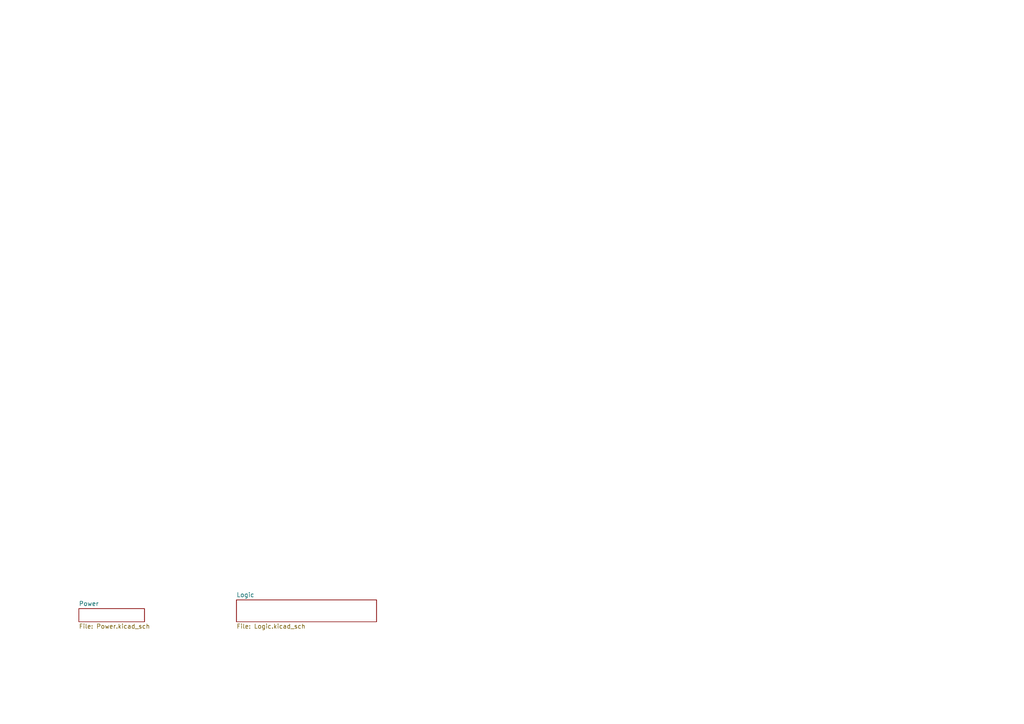
<source format=kicad_sch>
(kicad_sch
	(version 20231120)
	(generator "eeschema")
	(generator_version "8.0")
	(uuid "5e7ccb1e-f9aa-4e28-a2d3-82e9e93708ee")
	(paper "A4")
	(lib_symbols)
	(sheet
		(at 68.58 173.99)
		(size 40.64 6.35)
		(fields_autoplaced yes)
		(stroke
			(width 0.1524)
			(type solid)
		)
		(fill
			(color 0 0 0 0.0000)
		)
		(uuid "2e1caaee-3dd4-40fd-9473-f2d19f671895")
		(property "Sheetname" "Logic"
			(at 68.58 173.2784 0)
			(effects
				(font
					(size 1.27 1.27)
				)
				(justify left bottom)
			)
		)
		(property "Sheetfile" "Logic.kicad_sch"
			(at 68.58 180.9246 0)
			(effects
				(font
					(size 1.27 1.27)
				)
				(justify left top)
			)
		)
		(instances
			(project "Kadett_Radio"
				(path "/5e7ccb1e-f9aa-4e28-a2d3-82e9e93708ee"
					(page "3")
				)
			)
		)
	)
	(sheet
		(at 22.86 176.53)
		(size 19.05 3.81)
		(fields_autoplaced yes)
		(stroke
			(width 0.1524)
			(type solid)
		)
		(fill
			(color 0 0 0 0.0000)
		)
		(uuid "e6ba3e03-6566-451f-b51b-c17f91c47faa")
		(property "Sheetname" "Power"
			(at 22.86 175.8184 0)
			(effects
				(font
					(size 1.27 1.27)
				)
				(justify left bottom)
			)
		)
		(property "Sheetfile" "Power.kicad_sch"
			(at 22.86 180.9246 0)
			(effects
				(font
					(size 1.27 1.27)
				)
				(justify left top)
			)
		)
		(instances
			(project "Kadett_Radio"
				(path "/5e7ccb1e-f9aa-4e28-a2d3-82e9e93708ee"
					(page "2")
				)
			)
		)
	)
	(sheet_instances
		(path "/"
			(page "1")
		)
	)
)
</source>
